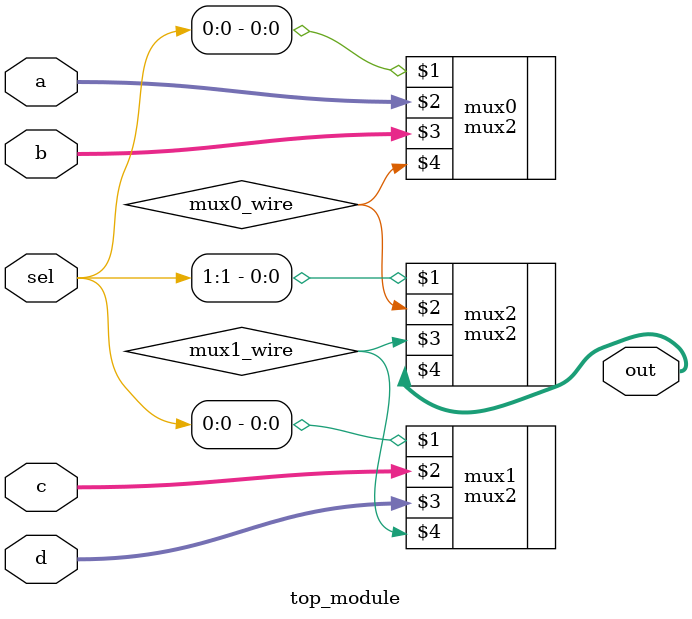
<source format=v>
module top_module (
    input [1:0] sel,
    input [7:0] a,
    input [7:0] b,
    input [7:0] c,
    input [7:0] d,
    output [7:0] out  ); //

    wire mux0_wire, mux1_wire;
    mux2 mux0 ( sel[0],    a,    b, mux0_wire );
    mux2 mux1 ( sel[0],    c,    d, mux1_wire );
    mux2 mux2 ( sel[1], mux0_wire, mux1_wire,  out );

endmodule


</source>
